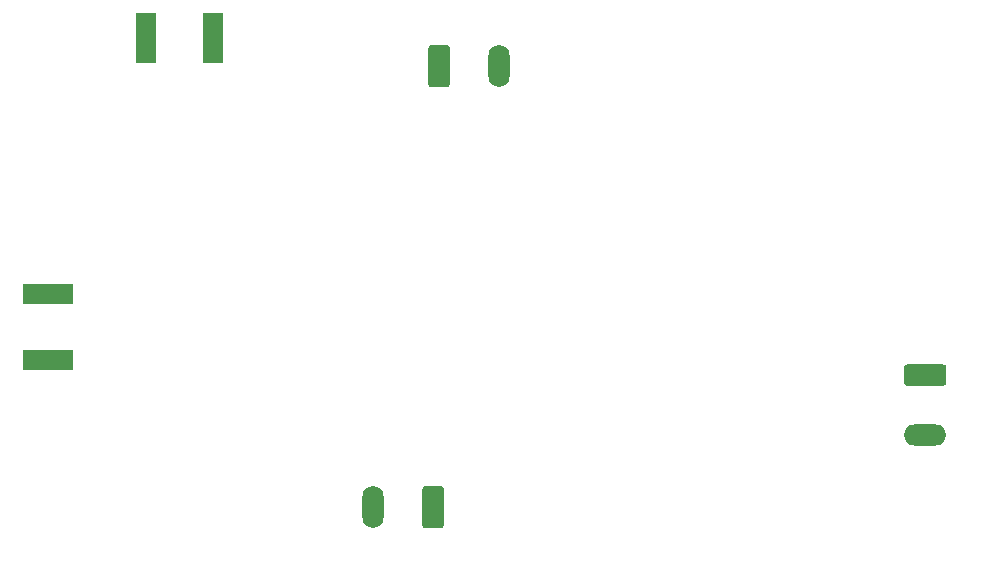
<source format=gbr>
%TF.GenerationSoftware,KiCad,Pcbnew,(5.1.9)-1*%
%TF.CreationDate,2021-03-09T18:28:40-05:00*%
%TF.ProjectId,NJR_New_DemodWithMixer,4e4a525f-4e65-4775-9f44-656d6f645769,rev?*%
%TF.SameCoordinates,Original*%
%TF.FileFunction,Soldermask,Bot*%
%TF.FilePolarity,Negative*%
%FSLAX46Y46*%
G04 Gerber Fmt 4.6, Leading zero omitted, Abs format (unit mm)*
G04 Created by KiCad (PCBNEW (5.1.9)-1) date 2021-03-09 18:28:40*
%MOMM*%
%LPD*%
G01*
G04 APERTURE LIST*
%ADD10R,4.200000X1.750000*%
%ADD11R,1.750000X4.200000*%
%ADD12O,1.800000X3.600000*%
%ADD13O,3.600000X1.800000*%
G04 APERTURE END LIST*
D10*
%TO.C,JLO1*%
X82496000Y-89185000D03*
X82496000Y-83535000D03*
%TD*%
D11*
%TO.C,J1*%
X90799400Y-61922000D03*
X96449400Y-61922000D03*
%TD*%
D12*
%TO.C,J_RSSI1*%
X109982000Y-101600000D03*
G36*
G01*
X115962000Y-100050000D02*
X115962000Y-103150000D01*
G75*
G02*
X115712000Y-103400000I-250000J0D01*
G01*
X114412000Y-103400000D01*
G75*
G02*
X114162000Y-103150000I0J250000D01*
G01*
X114162000Y-100050000D01*
G75*
G02*
X114412000Y-99800000I250000J0D01*
G01*
X115712000Y-99800000D01*
G75*
G02*
X115962000Y-100050000I0J-250000D01*
G01*
G37*
%TD*%
%TO.C,J_Power1*%
X120650000Y-64262000D03*
G36*
G01*
X114670000Y-65812000D02*
X114670000Y-62712000D01*
G75*
G02*
X114920000Y-62462000I250000J0D01*
G01*
X116220000Y-62462000D01*
G75*
G02*
X116470000Y-62712000I0J-250000D01*
G01*
X116470000Y-65812000D01*
G75*
G02*
X116220000Y-66062000I-250000J0D01*
G01*
X114920000Y-66062000D01*
G75*
G02*
X114670000Y-65812000I0J250000D01*
G01*
G37*
%TD*%
D13*
%TO.C,J_Audio1*%
X156718000Y-95504000D03*
G36*
G01*
X155168000Y-89524000D02*
X158268000Y-89524000D01*
G75*
G02*
X158518000Y-89774000I0J-250000D01*
G01*
X158518000Y-91074000D01*
G75*
G02*
X158268000Y-91324000I-250000J0D01*
G01*
X155168000Y-91324000D01*
G75*
G02*
X154918000Y-91074000I0J250000D01*
G01*
X154918000Y-89774000D01*
G75*
G02*
X155168000Y-89524000I250000J0D01*
G01*
G37*
%TD*%
M02*

</source>
